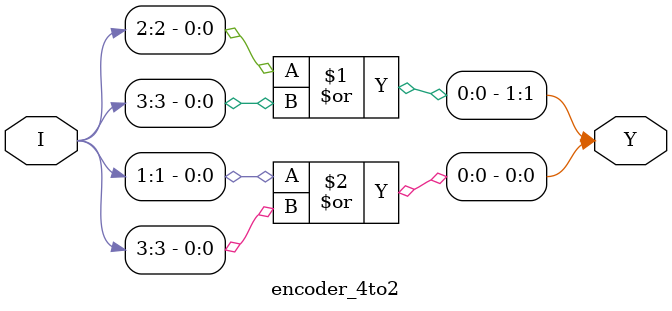
<source format=v>
module encoder_4to2(input [3:0] I, output [1:0] Y);
assign Y[1] = I[2] | I[3];
assign Y[0] = I[1] | I[3];
endmodule

</source>
